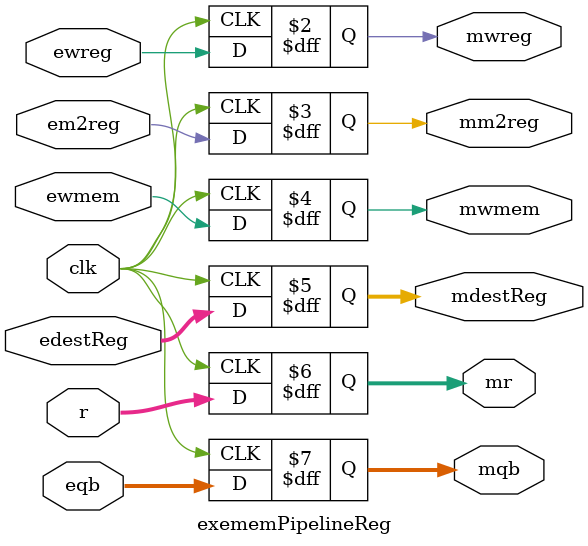
<source format=v>
`timescale 1ns / 1ps
module exememPipelineReg(
    input clk,                 //clk sig
    input ewreg,               //write to register control
    input em2reg,              //memory to register control
    input ewmem,               //write to memory control
    input [4:0] edestReg,      //dest reg
    input [31:0] r,            //alu result
    input [31:0] eqb,          //data to write to mem

    output reg mwreg,          //write to register control
    output reg mm2reg,         //memory to register control
    output reg mwmem,          //write to memory control
    output reg [4:0] mdestReg, //dest reg
    output reg [31:0] mr,      //alu result
    output reg [31:0] mqb      //data to write to mem
);
    //set vals
    always @(posedge clk) begin
        mwreg     <= ewreg;
        mm2reg    <= em2reg;
        mwmem     <= ewmem;
        mdestReg  <= edestReg;
        mr        <= r;
        mqb       <= eqb;
    end

endmodule

</source>
